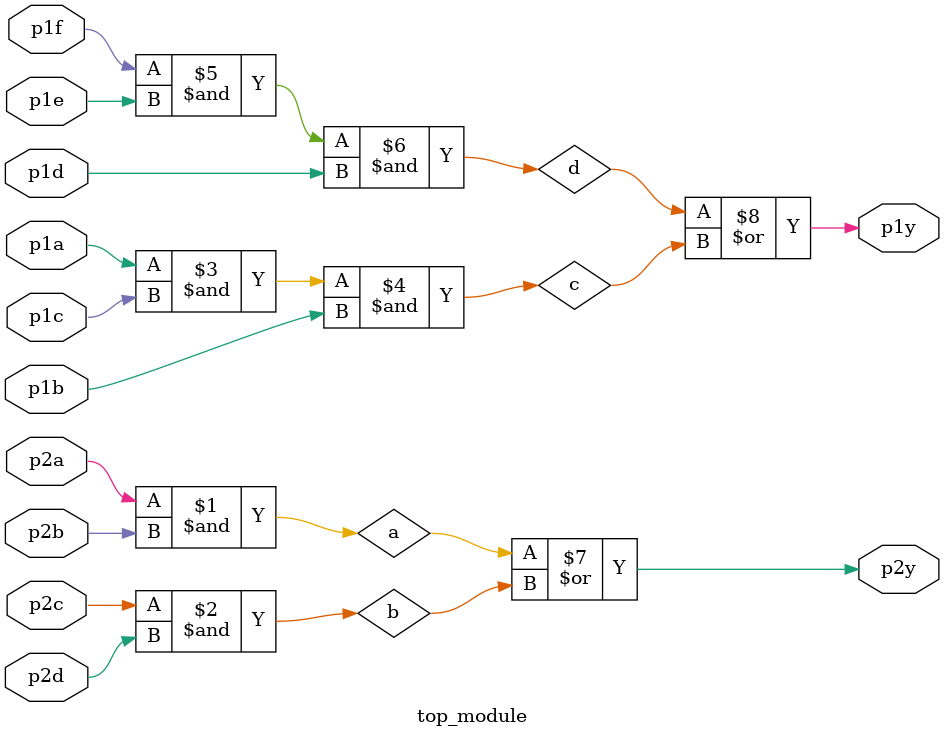
<source format=v>
module top_module ( 
    input p1a, p1b, p1c, p1d, p1e, p1f,
    output p1y,
    input p2a, p2b, p2c, p2d,
    output p2y );
    wire a,b,c,d;
    and(a,p2a,p2b);
    and(b,p2c,p2d);
    and(c,p1a,p1c,p1b);
    and(d,p1f,p1e,p1d);
    or(p2y,a,b);
    or(p1y,d,c);
    
endmodule

</source>
